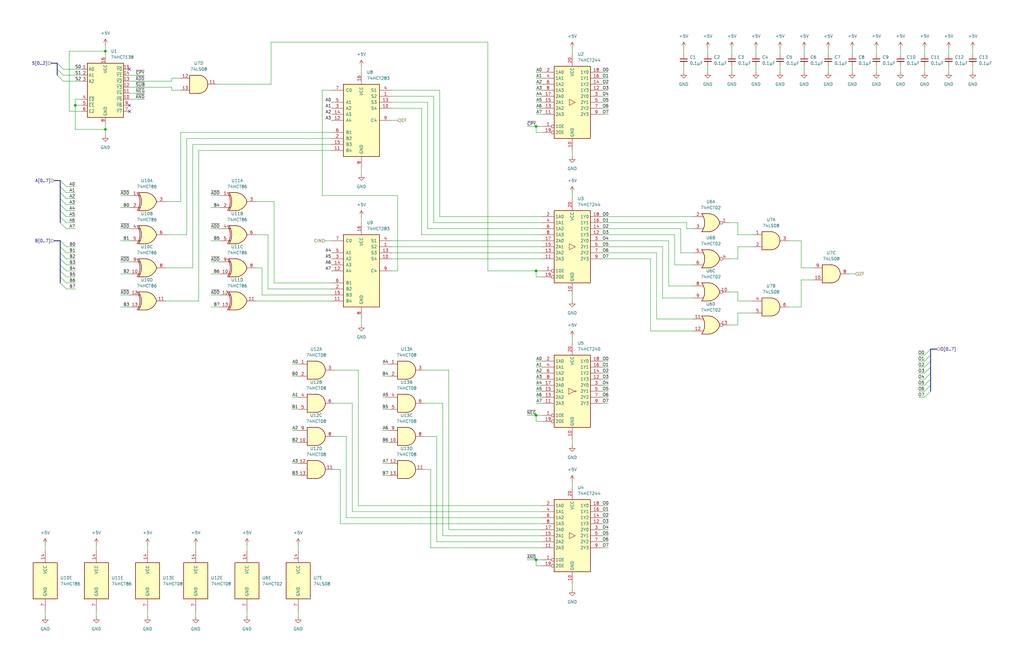
<source format=kicad_sch>
(kicad_sch (version 20231120) (generator "eeschema") (generator_version "8.0")
  (paper "B")
  (junction (at 226.06 236.22))
  (junction (at 226.06 53.34))
  (junction (at 226.06 175.26))
  (junction (at 31.75 44.45))
  (junction (at 226.06 114.3))
  (junction (at 44.45 21.59))
  (junction (at 44.45 54.61))
  (no_connect (at 54.61 29.21))
  (no_connect (at 54.61 46.99))
  (no_connect (at 54.61 44.45))
  (bus_entry (at 389.89 154.94) (size 2.54 -2.54))
  (bus_entry (at 24.13 26.67) (size 2.54 2.54))
  (bus_entry (at 389.89 157.48) (size 2.54 -2.54))
  (bus_entry (at 24.13 31.75) (size 2.54 2.54))
  (bus_entry (at 25.4 83.82) (size 2.54 2.54))
  (bus_entry (at 24.13 29.21) (size 2.54 2.54))
  (bus_entry (at 25.4 101.6) (size 2.54 2.54))
  (bus_entry (at 25.4 116.84) (size 2.54 2.54))
  (bus_entry (at 389.89 160.02) (size 2.54 -2.54))
  (bus_entry (at 389.89 162.56) (size 2.54 -2.54))
  (bus_entry (at 25.4 78.74) (size 2.54 2.54))
  (bus_entry (at 25.4 119.38) (size 2.54 2.54))
  (bus_entry (at 25.4 91.44) (size 2.54 2.54))
  (bus_entry (at 25.4 109.22) (size 2.54 2.54))
  (bus_entry (at 389.89 165.1) (size 2.54 -2.54))
  (bus_entry (at 389.89 167.64) (size 2.54 -2.54))
  (bus_entry (at 25.4 104.14) (size 2.54 2.54))
  (bus_entry (at 25.4 88.9) (size 2.54 2.54))
  (bus_entry (at 25.4 81.28) (size 2.54 2.54))
  (bus_entry (at 25.4 114.3) (size 2.54 2.54))
  (bus_entry (at 389.89 152.4) (size 2.54 -2.54))
  (bus_entry (at 389.89 149.86) (size 2.54 -2.54))
  (bus_entry (at 25.4 106.68) (size 2.54 2.54))
  (bus_entry (at 25.4 111.76) (size 2.54 2.54))
  (bus_entry (at 25.4 93.98) (size 2.54 2.54))
  (bus_entry (at 25.4 76.2) (size 2.54 2.54))
  (bus_entry (at 25.4 86.36) (size 2.54 2.54))
  (wire (pts (xy 72.39 38.1) (xy 76.2 38.1)))
  (wire (pts (xy 254 213.36) (xy 256.54 213.36)))
  (wire (pts (xy 311.15 109.22) (xy 311.15 104.14)))
  (wire (pts (xy 292.1 139.7) (xy 274.32 139.7)))
  (wire (pts (xy 107.95 127) (xy 139.7 127)))
  (bus (pts (xy 25.4 106.68) (xy 25.4 109.22)))
  (wire (pts (xy 387.35 165.1) (xy 389.89 165.1)))
  (wire (pts (xy 88.9 115.57) (xy 92.71 115.57)))
  (wire (pts (xy 123.19 167.64) (xy 125.73 167.64)))
  (wire (pts (xy 226.06 160.02) (xy 228.6 160.02)))
  (wire (pts (xy 182.88 40.64) (xy 182.88 93.98)))
  (wire (pts (xy 288.29 20.32) (xy 288.29 22.86)))
  (wire (pts (xy 289.56 93.98) (xy 289.56 96.52)))
  (bus (pts (xy 25.4 116.84) (xy 25.4 119.38)))
  (wire (pts (xy 31.75 44.45) (xy 34.29 44.45)))
  (wire (pts (xy 50.8 101.6) (xy 54.61 101.6)))
  (wire (pts (xy 54.61 34.29) (xy 72.39 34.29)))
  (wire (pts (xy 241.3 81.28) (xy 241.3 83.82)))
  (wire (pts (xy 281.94 120.65) (xy 281.94 101.6)))
  (wire (pts (xy 26.67 31.75) (xy 34.29 31.75)))
  (wire (pts (xy 318.77 27.94) (xy 318.77 30.48)))
  (wire (pts (xy 241.3 124.46) (xy 241.3 127)))
  (bus (pts (xy 25.4 81.28) (xy 25.4 83.82)))
  (wire (pts (xy 151.13 156.21) (xy 151.13 213.36)))
  (wire (pts (xy 308.61 20.32) (xy 308.61 22.86)))
  (bus (pts (xy 392.43 149.86) (xy 392.43 152.4)))
  (wire (pts (xy 69.85 113.03) (xy 81.28 113.03)))
  (wire (pts (xy 114.3 35.56) (xy 114.3 17.78)))
  (wire (pts (xy 110.49 124.46) (xy 139.7 124.46)))
  (wire (pts (xy 54.61 36.83) (xy 72.39 36.83)))
  (wire (pts (xy 318.77 20.32) (xy 318.77 22.86)))
  (wire (pts (xy 226.06 167.64) (xy 228.6 167.64)))
  (wire (pts (xy 91.44 35.56) (xy 114.3 35.56)))
  (wire (pts (xy 189.23 223.52) (xy 228.6 223.52)))
  (wire (pts (xy 123.19 200.66) (xy 125.73 200.66)))
  (wire (pts (xy 254 40.64) (xy 256.54 40.64)))
  (wire (pts (xy 165.1 40.64) (xy 182.88 40.64)))
  (wire (pts (xy 113.03 121.92) (xy 139.7 121.92)))
  (wire (pts (xy 369.57 27.94) (xy 369.57 30.48)))
  (wire (pts (xy 29.21 46.99) (xy 29.21 21.59)))
  (wire (pts (xy 123.19 172.72) (xy 125.73 172.72)))
  (wire (pts (xy 143.51 220.98) (xy 228.6 220.98)))
  (wire (pts (xy 181.61 231.14) (xy 228.6 231.14)))
  (wire (pts (xy 27.94 121.92) (xy 31.75 121.92)))
  (wire (pts (xy 222.25 236.22) (xy 226.06 236.22)))
  (wire (pts (xy 27.94 104.14) (xy 31.75 104.14)))
  (wire (pts (xy 123.19 153.67) (xy 125.73 153.67)))
  (wire (pts (xy 337.82 113.03) (xy 342.9 113.03)))
  (wire (pts (xy 123.19 181.61) (xy 125.73 181.61)))
  (wire (pts (xy 311.15 99.06) (xy 317.5 99.06)))
  (wire (pts (xy 254 226.06) (xy 256.54 226.06)))
  (wire (pts (xy 254 170.18) (xy 256.54 170.18)))
  (wire (pts (xy 226.06 177.8) (xy 226.06 175.26)))
  (wire (pts (xy 226.06 162.56) (xy 228.6 162.56)))
  (wire (pts (xy 161.29 186.69) (xy 163.83 186.69)))
  (wire (pts (xy 69.85 85.09) (xy 76.2 85.09)))
  (wire (pts (xy 185.42 91.44) (xy 228.6 91.44)))
  (wire (pts (xy 254 167.64) (xy 256.54 167.64)))
  (wire (pts (xy 88.9 87.63) (xy 92.71 87.63)))
  (wire (pts (xy 292.1 120.65) (xy 281.94 120.65)))
  (wire (pts (xy 167.64 82.55) (xy 135.89 82.55)))
  (wire (pts (xy 349.25 27.94) (xy 349.25 30.48)))
  (wire (pts (xy 254 162.56) (xy 256.54 162.56)))
  (bus (pts (xy 392.43 152.4) (xy 392.43 154.94)))
  (bus (pts (xy 24.13 26.67) (xy 24.13 29.21)))
  (wire (pts (xy 76.2 55.88) (xy 76.2 85.09)))
  (bus (pts (xy 394.97 147.32) (xy 392.43 147.32)))
  (wire (pts (xy 226.06 238.76) (xy 226.06 236.22)))
  (wire (pts (xy 254 38.1) (xy 256.54 38.1)))
  (wire (pts (xy 88.9 96.52) (xy 92.71 96.52)))
  (wire (pts (xy 254 215.9) (xy 256.54 215.9)))
  (wire (pts (xy 123.19 186.69) (xy 125.73 186.69)))
  (wire (pts (xy 165.1 114.3) (xy 167.64 114.3)))
  (bus (pts (xy 25.4 86.36) (xy 25.4 88.9)))
  (wire (pts (xy 228.6 116.84) (xy 226.06 116.84)))
  (wire (pts (xy 226.06 157.48) (xy 228.6 157.48)))
  (wire (pts (xy 284.48 99.06) (xy 284.48 111.76)))
  (wire (pts (xy 161.29 153.67) (xy 163.83 153.67)))
  (wire (pts (xy 165.1 38.1) (xy 185.42 38.1)))
  (wire (pts (xy 69.85 127) (xy 83.82 127)))
  (wire (pts (xy 228.6 177.8) (xy 226.06 177.8)))
  (wire (pts (xy 410.21 20.32) (xy 410.21 22.86)))
  (wire (pts (xy 328.93 20.32) (xy 328.93 22.86)))
  (wire (pts (xy 337.82 118.11) (xy 342.9 118.11)))
  (wire (pts (xy 139.7 58.42) (xy 78.74 58.42)))
  (wire (pts (xy 27.94 83.82) (xy 31.75 83.82)))
  (bus (pts (xy 22.86 76.2) (xy 25.4 76.2)))
  (wire (pts (xy 69.85 99.06) (xy 78.74 99.06)))
  (wire (pts (xy 226.06 48.26) (xy 228.6 48.26)))
  (wire (pts (xy 123.19 158.75) (xy 125.73 158.75)))
  (wire (pts (xy 254 228.6) (xy 256.54 228.6)))
  (wire (pts (xy 298.45 27.94) (xy 298.45 30.48)))
  (wire (pts (xy 226.06 175.26) (xy 228.6 175.26)))
  (wire (pts (xy 27.94 111.76) (xy 31.75 111.76)))
  (wire (pts (xy 151.13 213.36) (xy 228.6 213.36)))
  (wire (pts (xy 184.15 228.6) (xy 228.6 228.6)))
  (wire (pts (xy 50.8 110.49) (xy 54.61 110.49)))
  (wire (pts (xy 165.1 104.14) (xy 228.6 104.14)))
  (wire (pts (xy 284.48 111.76) (xy 292.1 111.76)))
  (wire (pts (xy 135.89 82.55) (xy 135.89 38.1)))
  (wire (pts (xy 19.05 229.87) (xy 19.05 232.41)))
  (wire (pts (xy 226.06 55.88) (xy 226.06 53.34)))
  (wire (pts (xy 139.7 55.88) (xy 76.2 55.88)))
  (wire (pts (xy 226.06 30.48) (xy 228.6 30.48)))
  (wire (pts (xy 379.73 20.32) (xy 379.73 22.86)))
  (wire (pts (xy 182.88 93.98) (xy 228.6 93.98)))
  (wire (pts (xy 140.97 156.21) (xy 151.13 156.21)))
  (wire (pts (xy 226.06 116.84) (xy 226.06 114.3)))
  (bus (pts (xy 392.43 157.48) (xy 392.43 160.02)))
  (wire (pts (xy 104.14 229.87) (xy 104.14 232.41)))
  (wire (pts (xy 308.61 27.94) (xy 308.61 30.48)))
  (bus (pts (xy 25.4 83.82) (xy 25.4 86.36)))
  (wire (pts (xy 186.69 170.18) (xy 186.69 226.06)))
  (wire (pts (xy 226.06 154.94) (xy 228.6 154.94)))
  (wire (pts (xy 152.4 91.44) (xy 152.4 93.98)))
  (wire (pts (xy 82.55 257.81) (xy 82.55 260.35)))
  (wire (pts (xy 50.8 115.57) (xy 54.61 115.57)))
  (wire (pts (xy 88.9 101.6) (xy 92.71 101.6)))
  (wire (pts (xy 307.34 93.98) (xy 311.15 93.98)))
  (wire (pts (xy 62.23 257.81) (xy 62.23 260.35)))
  (wire (pts (xy 292.1 134.62) (xy 276.86 134.62)))
  (wire (pts (xy 254 48.26) (xy 256.54 48.26)))
  (wire (pts (xy 135.89 38.1) (xy 139.7 38.1)))
  (wire (pts (xy 359.41 20.32) (xy 359.41 22.86)))
  (wire (pts (xy 226.06 33.02) (xy 228.6 33.02)))
  (wire (pts (xy 288.29 27.94) (xy 288.29 30.48)))
  (wire (pts (xy 27.94 116.84) (xy 31.75 116.84)))
  (wire (pts (xy 410.21 27.94) (xy 410.21 30.48)))
  (bus (pts (xy 25.4 109.22) (xy 25.4 111.76)))
  (wire (pts (xy 179.07 156.21) (xy 189.23 156.21)))
  (wire (pts (xy 110.49 113.03) (xy 110.49 124.46)))
  (wire (pts (xy 88.9 110.49) (xy 92.71 110.49)))
  (bus (pts (xy 392.43 162.56) (xy 392.43 165.1)))
  (wire (pts (xy 152.4 27.94) (xy 152.4 30.48)))
  (wire (pts (xy 241.3 185.42) (xy 241.3 187.96)))
  (wire (pts (xy 27.94 109.22) (xy 31.75 109.22)))
  (wire (pts (xy 226.06 38.1) (xy 228.6 38.1)))
  (wire (pts (xy 50.8 96.52) (xy 54.61 96.52)))
  (wire (pts (xy 226.06 114.3) (xy 228.6 114.3)))
  (wire (pts (xy 298.45 20.32) (xy 298.45 22.86)))
  (wire (pts (xy 337.82 129.54) (xy 337.82 118.11)))
  (wire (pts (xy 165.1 106.68) (xy 228.6 106.68)))
  (bus (pts (xy 25.4 104.14) (xy 25.4 106.68)))
  (wire (pts (xy 254 104.14) (xy 279.4 104.14)))
  (wire (pts (xy 332.74 129.54) (xy 337.82 129.54)))
  (wire (pts (xy 228.6 55.88) (xy 226.06 55.88)))
  (wire (pts (xy 27.94 114.3) (xy 31.75 114.3)))
  (wire (pts (xy 27.94 78.74) (xy 31.75 78.74)))
  (wire (pts (xy 279.4 125.73) (xy 279.4 104.14)))
  (bus (pts (xy 25.4 111.76) (xy 25.4 114.3)))
  (wire (pts (xy 107.95 85.09) (xy 115.57 85.09)))
  (wire (pts (xy 27.94 86.36) (xy 31.75 86.36)))
  (wire (pts (xy 50.8 82.55) (xy 54.61 82.55)))
  (wire (pts (xy 50.8 87.63) (xy 54.61 87.63)))
  (wire (pts (xy 228.6 238.76) (xy 226.06 238.76)))
  (wire (pts (xy 107.95 113.03) (xy 110.49 113.03)))
  (wire (pts (xy 289.56 96.52) (xy 292.1 96.52)))
  (wire (pts (xy 78.74 58.42) (xy 78.74 99.06)))
  (wire (pts (xy 287.02 106.68) (xy 292.1 106.68)))
  (wire (pts (xy 387.35 162.56) (xy 389.89 162.56)))
  (wire (pts (xy 254 33.02) (xy 256.54 33.02)))
  (wire (pts (xy 311.15 123.19) (xy 311.15 127)))
  (wire (pts (xy 254 30.48) (xy 256.54 30.48)))
  (wire (pts (xy 254 91.44) (xy 292.1 91.44)))
  (wire (pts (xy 205.74 114.3) (xy 226.06 114.3)))
  (wire (pts (xy 226.06 45.72) (xy 228.6 45.72)))
  (wire (pts (xy 226.06 40.64) (xy 228.6 40.64)))
  (wire (pts (xy 152.4 71.12) (xy 152.4 73.66)))
  (wire (pts (xy 226.06 152.4) (xy 228.6 152.4)))
  (wire (pts (xy 185.42 38.1) (xy 185.42 91.44)))
  (wire (pts (xy 40.64 229.87) (xy 40.64 232.41)))
  (wire (pts (xy 241.3 246.38) (xy 241.3 248.92)))
  (bus (pts (xy 25.4 114.3) (xy 25.4 116.84)))
  (wire (pts (xy 276.86 134.62) (xy 276.86 106.68)))
  (wire (pts (xy 72.39 36.83) (xy 72.39 38.1)))
  (wire (pts (xy 146.05 218.44) (xy 228.6 218.44)))
  (wire (pts (xy 241.3 63.5) (xy 241.3 66.04)))
  (wire (pts (xy 165.1 50.8) (xy 167.64 50.8)))
  (wire (pts (xy 387.35 167.64) (xy 389.89 167.64)))
  (wire (pts (xy 27.94 119.38) (xy 31.75 119.38)))
  (bus (pts (xy 22.86 101.6) (xy 25.4 101.6)))
  (wire (pts (xy 137.16 101.6) (xy 139.7 101.6)))
  (wire (pts (xy 226.06 165.1) (xy 228.6 165.1)))
  (wire (pts (xy 254 96.52) (xy 287.02 96.52)))
  (wire (pts (xy 339.09 27.94) (xy 339.09 30.48)))
  (wire (pts (xy 146.05 184.15) (xy 146.05 218.44)))
  (wire (pts (xy 387.35 160.02) (xy 389.89 160.02)))
  (wire (pts (xy 179.07 170.18) (xy 186.69 170.18)))
  (wire (pts (xy 27.94 88.9) (xy 31.75 88.9)))
  (wire (pts (xy 139.7 63.5) (xy 83.82 63.5)))
  (wire (pts (xy 254 220.98) (xy 256.54 220.98)))
  (wire (pts (xy 189.23 156.21) (xy 189.23 223.52)))
  (wire (pts (xy 29.21 21.59) (xy 44.45 21.59)))
  (wire (pts (xy 254 165.1) (xy 256.54 165.1)))
  (wire (pts (xy 387.35 154.94) (xy 389.89 154.94)))
  (wire (pts (xy 72.39 34.29) (xy 72.39 33.02)))
  (wire (pts (xy 140.97 170.18) (xy 148.59 170.18)))
  (wire (pts (xy 254 93.98) (xy 289.56 93.98)))
  (wire (pts (xy 287.02 96.52) (xy 287.02 106.68)))
  (wire (pts (xy 167.64 114.3) (xy 167.64 82.55)))
  (wire (pts (xy 254 157.48) (xy 256.54 157.48)))
  (wire (pts (xy 54.61 39.37) (xy 60.96 39.37)))
  (wire (pts (xy 332.74 101.6) (xy 337.82 101.6)))
  (wire (pts (xy 140.97 198.12) (xy 143.51 198.12)))
  (wire (pts (xy 307.34 109.22) (xy 311.15 109.22)))
  (wire (pts (xy 339.09 20.32) (xy 339.09 22.86)))
  (wire (pts (xy 349.25 20.32) (xy 349.25 22.86)))
  (wire (pts (xy 400.05 27.94) (xy 400.05 30.48)))
  (wire (pts (xy 358.14 115.57) (xy 360.68 115.57)))
  (wire (pts (xy 226.06 170.18) (xy 228.6 170.18)))
  (wire (pts (xy 241.3 20.32) (xy 241.3 22.86)))
  (wire (pts (xy 226.06 236.22) (xy 228.6 236.22)))
  (wire (pts (xy 311.15 127) (xy 317.5 127)))
  (wire (pts (xy 254 154.94) (xy 256.54 154.94)))
  (wire (pts (xy 311.15 93.98) (xy 311.15 99.06)))
  (wire (pts (xy 180.34 96.52) (xy 228.6 96.52)))
  (wire (pts (xy 139.7 60.96) (xy 81.28 60.96)))
  (wire (pts (xy 44.45 52.07) (xy 44.45 54.61)))
  (wire (pts (xy 125.73 257.81) (xy 125.73 260.35)))
  (wire (pts (xy 369.57 20.32) (xy 369.57 22.86)))
  (wire (pts (xy 307.34 137.16) (xy 311.15 137.16)))
  (bus (pts (xy 21.59 26.67) (xy 24.13 26.67)))
  (wire (pts (xy 254 43.18) (xy 256.54 43.18)))
  (wire (pts (xy 226.06 35.56) (xy 228.6 35.56)))
  (wire (pts (xy 186.69 226.06) (xy 228.6 226.06)))
  (wire (pts (xy 274.32 139.7) (xy 274.32 109.22)))
  (wire (pts (xy 27.94 93.98) (xy 31.75 93.98)))
  (wire (pts (xy 54.61 31.75) (xy 60.96 31.75)))
  (wire (pts (xy 387.35 149.86) (xy 389.89 149.86)))
  (wire (pts (xy 27.94 81.28) (xy 31.75 81.28)))
  (wire (pts (xy 161.29 167.64) (xy 163.83 167.64)))
  (bus (pts (xy 25.4 101.6) (xy 25.4 104.14)))
  (wire (pts (xy 179.07 198.12) (xy 181.61 198.12)))
  (wire (pts (xy 27.94 106.68) (xy 31.75 106.68)))
  (wire (pts (xy 44.45 54.61) (xy 44.45 57.15)))
  (wire (pts (xy 123.19 195.58) (xy 125.73 195.58)))
  (wire (pts (xy 254 231.14) (xy 256.54 231.14)))
  (wire (pts (xy 254 106.68) (xy 276.86 106.68)))
  (wire (pts (xy 26.67 29.21) (xy 34.29 29.21)))
  (bus (pts (xy 25.4 88.9) (xy 25.4 91.44)))
  (wire (pts (xy 254 109.22) (xy 274.32 109.22)))
  (wire (pts (xy 50.8 124.46) (xy 54.61 124.46)))
  (wire (pts (xy 241.3 203.2) (xy 241.3 205.74)))
  (wire (pts (xy 113.03 99.06) (xy 113.03 121.92)))
  (wire (pts (xy 161.29 172.72) (xy 163.83 172.72)))
  (wire (pts (xy 226.06 43.18) (xy 228.6 43.18)))
  (wire (pts (xy 54.61 41.91) (xy 60.96 41.91)))
  (wire (pts (xy 115.57 85.09) (xy 115.57 119.38)))
  (wire (pts (xy 88.9 129.54) (xy 92.71 129.54)))
  (wire (pts (xy 143.51 198.12) (xy 143.51 220.98)))
  (wire (pts (xy 165.1 45.72) (xy 177.8 45.72)))
  (wire (pts (xy 161.29 200.66) (xy 163.83 200.66)))
  (wire (pts (xy 254 45.72) (xy 256.54 45.72)))
  (wire (pts (xy 180.34 43.18) (xy 180.34 96.52)))
  (wire (pts (xy 161.29 181.61) (xy 163.83 181.61)))
  (wire (pts (xy 44.45 21.59) (xy 44.45 24.13)))
  (wire (pts (xy 311.15 137.16) (xy 311.15 132.08)))
  (wire (pts (xy 165.1 101.6) (xy 228.6 101.6)))
  (wire (pts (xy 125.73 229.87) (xy 125.73 232.41)))
  (wire (pts (xy 241.3 142.24) (xy 241.3 144.78)))
  (wire (pts (xy 140.97 184.15) (xy 146.05 184.15)))
  (wire (pts (xy 114.3 17.78) (xy 205.74 17.78)))
  (wire (pts (xy 82.55 229.87) (xy 82.55 232.41)))
  (wire (pts (xy 152.4 134.62) (xy 152.4 137.16)))
  (wire (pts (xy 254 99.06) (xy 284.48 99.06)))
  (wire (pts (xy 307.34 123.19) (xy 311.15 123.19)))
  (wire (pts (xy 50.8 129.54) (xy 54.61 129.54)))
  (wire (pts (xy 40.64 257.81) (xy 40.64 260.35)))
  (wire (pts (xy 222.25 53.34) (xy 226.06 53.34)))
  (wire (pts (xy 359.41 27.94) (xy 359.41 30.48)))
  (wire (pts (xy 88.9 82.55) (xy 92.71 82.55)))
  (wire (pts (xy 165.1 43.18) (xy 180.34 43.18)))
  (wire (pts (xy 254 35.56) (xy 256.54 35.56)))
  (wire (pts (xy 115.57 119.38) (xy 139.7 119.38)))
  (bus (pts (xy 25.4 76.2) (xy 25.4 78.74)))
  (wire (pts (xy 254 218.44) (xy 256.54 218.44)))
  (wire (pts (xy 19.05 257.81) (xy 19.05 260.35)))
  (wire (pts (xy 389.89 27.94) (xy 389.89 30.48)))
  (wire (pts (xy 387.35 157.48) (xy 389.89 157.48)))
  (wire (pts (xy 161.29 195.58) (xy 163.83 195.58)))
  (wire (pts (xy 44.45 19.05) (xy 44.45 21.59)))
  (wire (pts (xy 31.75 41.91) (xy 31.75 44.45)))
  (wire (pts (xy 165.1 109.22) (xy 228.6 109.22)))
  (wire (pts (xy 205.74 17.78) (xy 205.74 114.3)))
  (bus (pts (xy 24.13 29.21) (xy 24.13 31.75)))
  (wire (pts (xy 311.15 132.08) (xy 317.5 132.08)))
  (wire (pts (xy 389.89 20.32) (xy 389.89 22.86)))
  (wire (pts (xy 62.23 229.87) (xy 62.23 232.41)))
  (wire (pts (xy 222.25 175.26) (xy 226.06 175.26)))
  (wire (pts (xy 34.29 46.99) (xy 29.21 46.99)))
  (wire (pts (xy 177.8 99.06) (xy 228.6 99.06)))
  (bus (pts (xy 392.43 147.32) (xy 392.43 149.86)))
  (wire (pts (xy 177.8 45.72) (xy 177.8 99.06)))
  (wire (pts (xy 184.15 184.15) (xy 184.15 228.6)))
  (wire (pts (xy 328.93 27.94) (xy 328.93 30.48)))
  (wire (pts (xy 107.95 99.06) (xy 113.03 99.06)))
  (wire (pts (xy 81.28 60.96) (xy 81.28 113.03)))
  (wire (pts (xy 27.94 96.52) (xy 31.75 96.52)))
  (bus (pts (xy 25.4 91.44) (xy 25.4 93.98)))
  (wire (pts (xy 181.61 198.12) (xy 181.61 231.14)))
  (wire (pts (xy 254 101.6) (xy 281.94 101.6)))
  (wire (pts (xy 400.05 20.32) (xy 400.05 22.86)))
  (wire (pts (xy 27.94 91.44) (xy 31.75 91.44)))
  (wire (pts (xy 83.82 63.5) (xy 83.82 127)))
  (wire (pts (xy 88.9 124.46) (xy 92.71 124.46)))
  (wire (pts (xy 26.67 34.29) (xy 34.29 34.29)))
  (wire (pts (xy 379.73 27.94) (xy 379.73 30.48)))
  (wire (pts (xy 179.07 184.15) (xy 184.15 184.15)))
  (wire (pts (xy 387.35 152.4) (xy 389.89 152.4)))
  (wire (pts (xy 148.59 170.18) (xy 148.59 215.9)))
  (wire (pts (xy 254 160.02) (xy 256.54 160.02)))
  (wire (pts (xy 254 223.52) (xy 256.54 223.52)))
  (bus (pts (xy 392.43 154.94) (xy 392.43 157.48)))
  (wire (pts (xy 104.14 257.81) (xy 104.14 260.35)))
  (wire (pts (xy 337.82 101.6) (xy 337.82 113.03)))
  (wire (pts (xy 161.29 158.75) (xy 163.83 158.75)))
  (wire (pts (xy 72.39 33.02) (xy 76.2 33.02)))
  (bus (pts (xy 392.43 160.02) (xy 392.43 162.56)))
  (wire (pts (xy 31.75 44.45) (xy 31.75 54.61)))
  (wire (pts (xy 31.75 54.61) (xy 44.45 54.61)))
  (wire (pts (xy 311.15 104.14) (xy 317.5 104.14)))
  (wire (pts (xy 226.06 53.34) (xy 228.6 53.34)))
  (wire (pts (xy 34.29 41.91) (xy 31.75 41.91)))
  (wire (pts (xy 148.59 215.9) (xy 228.6 215.9)))
  (wire (pts (xy 254 152.4) (xy 256.54 152.4)))
  (wire (pts (xy 292.1 125.73) (xy 279.4 125.73)))
  (bus (pts (xy 25.4 78.74) (xy 25.4 81.28)))
  (label "O4" (at 389.89 160.02 180))
  (label "~{ADD}" (at 57.15 34.29 0))
  (label "O4" (at 254 40.64 0))
  (label "B0" (at 29.21 104.14 0))
  (label "O4" (at 254 101.6 0))
  (label "O3" (at 254 220.98 0))
  (label "O2" (at 254 218.44 0))
  (label "B3" (at 29.21 111.76 0))
  (label "B7" (at 92.71 129.54 180))
  (label "B3" (at 54.61 129.54 180))
  (label "O7" (at 254 109.22 0))
  (label "O5" (at 389.89 162.56 180))
  (label "S1" (at 34.29 31.75 180))
  (label "O2" (at 254 96.52 0))
  (label "A3" (at 125.73 195.58 180))
  (label "~{AND}" (at 226.06 236.22 180))
  (label "A1" (at 125.73 167.64 180))
  (label "B0" (at 125.73 158.75 180))
  (label "O0" (at 389.89 149.86 180))
  (label "O5" (at 254 43.18 0))
  (label "O6" (at 254 106.68 0))
  (label "A6" (at 139.7 111.76 180))
  (label "A7" (at 228.6 170.18 180))
  (label "O7" (at 254 48.26 0))
  (label "B2" (at 54.61 115.57 180))
  (label "~{ADD}" (at 92.71 96.52 180))
  (label "B4" (at 92.71 87.63 180))
  (label "~{CPY}" (at 57.15 31.75 0))
  (label "A3" (at 228.6 160.02 180))
  (label "B4" (at 163.83 158.75 180))
  (label "~{ADD}" (at 54.61 124.46 180))
  (label "O2" (at 254 35.56 0))
  (label "B7" (at 163.83 200.66 180))
  (label "O3" (at 389.89 157.48 180))
  (label "A2" (at 228.6 35.56 180))
  (label "A0" (at 228.6 30.48 180))
  (label "A2" (at 228.6 157.48 180))
  (label "~{ADD}" (at 92.71 124.46 180))
  (label "O0" (at 254 30.48 0))
  (label "O1" (at 254 154.94 0))
  (label "~{SUB}" (at 57.15 36.83 0))
  (label "A2" (at 139.7 48.26 180))
  (label "A1" (at 29.21 81.28 0))
  (label "A0" (at 139.7 43.18 180))
  (label "~{ADD}" (at 92.71 82.55 180))
  (label "B6" (at 29.21 119.38 0))
  (label "O3" (at 254 38.1 0))
  (label "B4" (at 29.21 114.3 0))
  (label "A4" (at 29.21 88.9 0))
  (label "A5" (at 228.6 165.1 180))
  (label "A6" (at 228.6 45.72 180))
  (label "S0" (at 34.29 29.21 180))
  (label "A5" (at 139.7 109.22 180))
  (label "O6" (at 254 167.64 0))
  (label "A5" (at 163.83 167.64 180))
  (label "B2" (at 29.21 109.22 0))
  (label "O2" (at 254 157.48 0))
  (label "A4" (at 228.6 162.56 180))
  (label "~{ADD}" (at 54.61 110.49 180))
  (label "A1" (at 228.6 33.02 180))
  (label "O0" (at 254 213.36 0))
  (label "B6" (at 163.83 186.69 180))
  (label "A4" (at 139.7 106.68 180))
  (label "A3" (at 139.7 50.8 180))
  (label "O5" (at 254 165.1 0))
  (label "O5" (at 254 226.06 0))
  (label "A0" (at 29.21 78.74 0))
  (label "A6" (at 163.83 181.61 180))
  (label "O0" (at 254 152.4 0))
  (label "O7" (at 389.89 167.64 180))
  (label "B6" (at 92.71 115.57 180))
  (label "~{NEG}" (at 57.15 39.37 0))
  (label "A5" (at 228.6 43.18 180))
  (label "O1" (at 389.89 152.4 180))
  (label "B5" (at 29.21 116.84 0))
  (label "~{ADD}" (at 54.61 82.55 180))
  (label "~{ADD}" (at 92.71 110.49 180))
  (label "B1" (at 29.21 106.68 0))
  (label "B7" (at 29.21 121.92 0))
  (label "~{AND}" (at 57.15 41.91 0))
  (label "O1" (at 254 33.02 0))
  (label "O7" (at 254 231.14 0))
  (label "A6" (at 29.21 93.98 0))
  (label "O3" (at 254 99.06 0))
  (label "A3" (at 29.21 86.36 0))
  (label "O3" (at 254 160.02 0))
  (label "A0" (at 125.73 153.67 180))
  (label "O1" (at 254 215.9 0))
  (label "B3" (at 125.73 200.66 180))
  (label "A6" (at 228.6 167.64 180))
  (label "~{NEG}" (at 226.06 175.26 180))
  (label "B0" (at 54.61 87.63 180))
  (label "A2" (at 125.73 181.61 180))
  (label "S2" (at 34.29 34.29 180))
  (label "O5" (at 254 104.14 0))
  (label "A0" (at 228.6 152.4 180))
  (label "A4" (at 228.6 40.64 180))
  (label "A4" (at 163.83 153.67 180))
  (label "O6" (at 254 228.6 0))
  (label "~{ADD}" (at 54.61 96.52 180))
  (label "A5" (at 29.21 91.44 0))
  (label "B1" (at 54.61 101.6 180))
  (label "O1" (at 254 93.98 0))
  (label "A3" (at 228.6 38.1 180))
  (label "B1" (at 125.73 172.72 180))
  (label "O6" (at 254 45.72 0))
  (label "O7" (at 254 170.18 0))
  (label "A1" (at 228.6 154.94 180))
  (label "O4" (at 254 162.56 0))
  (label "A7" (at 163.83 195.58 180))
  (label "O2" (at 389.89 154.94 180))
  (label "B5" (at 163.83 172.72 180))
  (label "B2" (at 125.73 186.69 180))
  (label "A7" (at 228.6 48.26 180))
  (label "O4" (at 254 223.52 0))
  (label "~{CPY}" (at 226.06 53.34 180))
  (label "O0" (at 254 91.44 0))
  (label "B5" (at 92.71 101.6 180))
  (label "O6" (at 389.89 165.1 180))
  (label "A1" (at 139.7 45.72 180))
  (label "A7" (at 29.21 96.52 0))
  (label "A2" (at 29.21 83.82 0))
  (label "A7" (at 139.7 114.3 180))
  (hierarchical_label "B[0..7]" (shape input) (at 22.86 101.6 180))
  (hierarchical_label "A[0..7]" (shape input) (at 22.86 76.2 180))
  (hierarchical_label "ZF" (shape input) (at 360.68 115.57 0))
  (hierarchical_label "S[0..2]" (shape input) (at 21.59 26.67 180))
  (hierarchical_label "O[0..7]" (shape input) (at 394.97 147.32 0))
  (hierarchical_label "CF" (shape input) (at 167.64 50.8 0))
  (hierarchical_label "CIN" (shape input) (at 137.16 101.6 180))
  (symbol (lib_id "power:GND") (at 369.57 30.48 0) (unit 1)
    (property "Reference" "#PWR020" (effects (hide yes)))
    (property "Value" "GND" (at 369.57 35.56 0))
    (property "Description" "Power symbol creates a global label with name \"GND\" , ground" (effects (hide yes)))
  )
  (symbol (lib_id "power:GND") (at 44.45 57.15 0) (unit 1)
    (property "Reference" "#PWR01" (effects (hide yes)))
    (property "Value" "GND" (at 44.45 62.23 0))
    (property "Description" "Power symbol creates a global label with name \"GND\" , ground" (effects (hide yes)))
  )
  (symbol (lib_id "Device:C_Small") (at 328.93 25.4 0) (unit 1)
    (property "Reference" "C5" (at 331.47 24.1362 0) (effects (justify left)))
    (property "Value" "0.1µF" (at 331.47 26.6762 0) (effects (justify left)))
    (property "Description" "Unpolarized capacitor, small symbol" (effects (hide yes)))
  )
  (symbol (lib_id "power:+5V") (at 349.25 20.32 0) (unit 1)
    (property "Reference" "#PWR015" (effects (hide yes)))
    (property "Value" "+5V" (at 349.25 15.24 0))
    (property "Description" "Power symbol creates a global label with name \"+5V\"" (effects (hide yes)))
  )
  (symbol (lib_id "74xx:74HCT244") (at 241.3 43.18 0) (unit 1)
    (property "Reference" "U2" (at 243.4941 22.86 0) (effects (justify left)))
    (property "Value" "74HCT244" (at 243.4941 25.4 0) (effects (justify left)))
    (property "Datasheet" "https://assets.nexperia.com/documents/data-sheet/74HC_HCT244.pdf" (effects (hide yes)))
    (property "Description" "8-bit Buffer/Line Driver 3-state" (effects (hide yes)))
  )
  (symbol (lib_id "power:+5V") (at 40.64 229.87 0) (unit 1)
    (property "Reference" "#PWR032" (effects (hide yes)))
    (property "Value" "+5V" (at 40.64 224.79 0))
    (property "Description" "Power symbol creates a global label with name \"+5V\"" (effects (hide yes)))
  )
  (symbol (lib_id "power:GND") (at 241.3 248.92 0) (unit 1)
    (property "Reference" "#PWR052" (effects (hide yes)))
    (property "Value" "GND" (at 241.3 254 0))
    (property "Description" "Power symbol creates a global label with name \"GND\" , ground" (effects (hide yes)))
  )
  (symbol (lib_id "74xx:74LS08") (at 133.35 170.18 0) (unit 2)
    (property "Reference" "U12" (at 133.3417 161.29 0))
    (property "Value" "74HCT08" (at 133.3417 163.83 0))
    (property "Datasheet" "http://www.ti.com/lit/gpn/sn74LS08" (effects (hide yes)))
    (property "Description" "Quad And2" (effects (hide yes)))
  )
  (symbol (lib_id "74xx:74LS08") (at 133.35 156.21 0) (unit 1)
    (property "Reference" "U12" (at 133.3417 147.32 0))
    (property "Value" "74HCT08" (at 133.3417 149.86 0))
    (property "Datasheet" "http://www.ti.com/lit/gpn/sn74LS08" (effects (hide yes)))
    (property "Description" "Quad And2" (effects (hide yes)))
  )
  (symbol (lib_id "74xx:74LS86") (at 40.64 245.11 0) (unit 5)
    (property "Reference" "U11" (at 46.99 243.8399 0) (effects (justify left)))
    (property "Value" "74HCT86" (at 46.99 246.3799 0) (effects (justify left)))
    (property "Datasheet" "74xx/74ls86.pdf" (effects (hide yes)))
    (property "Description" "Quad 2-input XOR" (effects (hide yes)))
  )
  (symbol (lib_id "74xx:74LS86") (at 62.23 99.06 0) (unit 2)
    (property "Reference" "U10" (at 61.9252 90.17 0))
    (property "Value" "74HCT86" (at 61.9252 92.71 0))
    (property "Datasheet" "74xx/74ls86.pdf" (effects (hide yes)))
    (property "Description" "Quad 2-input XOR" (effects (hide yes)))
  )
  (symbol (lib_id "74xx:74LS86") (at 100.33 113.03 0) (unit 3)
    (property "Reference" "U11" (at 100.0252 104.14 0))
    (property "Value" "74HCT86" (at 100.0252 106.68 0))
    (property "Datasheet" "74xx/74ls86.pdf" (effects (hide yes)))
    (property "Description" "Quad 2-input XOR" (effects (hide yes)))
  )
  (symbol (lib_id "74xx:74LS08") (at 171.45 170.18 0) (unit 2)
    (property "Reference" "U13" (at 171.4417 161.29 0))
    (property "Value" "74HCT08" (at 171.4417 163.83 0))
    (property "Datasheet" "http://www.ti.com/lit/gpn/sn74LS08" (effects (hide yes)))
    (property "Description" "Quad And2" (effects (hide yes)))
  )
  (symbol (lib_id "power:GND") (at 241.3 66.04 0) (unit 1)
    (property "Reference" "#PWR046" (effects (hide yes)))
    (property "Value" "GND" (at 241.3 71.12 0))
    (property "Description" "Power symbol creates a global label with name \"GND\" , ground" (effects (hide yes)))
  )
  (symbol (lib_id "power:+5V") (at 369.57 20.32 0) (unit 1)
    (property "Reference" "#PWR019" (effects (hide yes)))
    (property "Value" "+5V" (at 369.57 15.24 0))
    (property "Description" "Power symbol creates a global label with name \"+5V\"" (effects (hide yes)))
  )
  (symbol (lib_id "74xx:74LS08") (at 171.45 156.21 0) (unit 1)
    (property "Reference" "U13" (at 171.4417 147.32 0))
    (property "Value" "74HCT08" (at 171.4417 149.86 0))
    (property "Datasheet" "http://www.ti.com/lit/gpn/sn74LS08" (effects (hide yes)))
    (property "Description" "Quad And2" (effects (hide yes)))
  )
  (symbol (lib_id "power:GND") (at 104.14 260.35 0) (unit 1)
    (property "Reference" "#PWR039" (effects (hide yes)))
    (property "Value" "GND" (at 104.14 265.43 0))
    (property "Description" "Power symbol creates a global label with name \"GND\" , ground" (effects (hide yes)))
  )
  (symbol (lib_id "power:GND") (at 152.4 137.16 0) (unit 1)
    (property "Reference" "#PWR043" (effects (hide yes)))
    (property "Value" "GND" (at 152.4 142.24 0))
    (property "Description" "Power symbol creates a global label with name \"GND\" , ground" (effects (hide yes)))
  )
  (symbol (lib_id "power:+5V") (at 298.45 20.32 0) (unit 1)
    (property "Reference" "#PWR05" (effects (hide yes)))
    (property "Value" "+5V" (at 298.45 15.24 0))
    (property "Description" "Power symbol creates a global label with name \"+5V\"" (effects (hide yes)))
  )
  (symbol (lib_id "74xx:74LS86") (at 62.23 85.09 0) (unit 1)
    (property "Reference" "U10" (at 61.9252 76.2 0))
    (property "Value" "74HCT86" (at 61.9252 78.74 0))
    (property "Datasheet" "74xx/74ls86.pdf" (effects (hide yes)))
    (property "Description" "Quad 2-input XOR" (effects (hide yes)))
  )
  (symbol (lib_id "power:+5V") (at 152.4 27.94 0) (unit 1)
    (property "Reference" "#PWR042" (effects (hide yes)))
    (property "Value" "+5V" (at 152.4 22.86 0))
    (property "Description" "Power symbol creates a global label with name \"+5V\"" (effects (hide yes)))
  )
  (symbol (lib_id "power:+5V") (at 328.93 20.32 0) (unit 1)
    (property "Reference" "#PWR011" (effects (hide yes)))
    (property "Value" "+5V" (at 328.93 15.24 0))
    (property "Description" "Power symbol creates a global label with name \"+5V\"" (effects (hide yes)))
  )
  (symbol (lib_id "Device:C_Small") (at 369.57 25.4 0) (unit 1)
    (property "Reference" "C9" (at 372.11 24.1362 0) (effects (justify left)))
    (property "Value" "0.1µF" (at 372.11 26.6762 0) (effects (justify left)))
    (property "Description" "Unpolarized capacitor, small symbol" (effects (hide yes)))
  )
  (symbol (lib_id "Device:C_Small") (at 308.61 25.4 0) (unit 1)
    (property "Reference" "C3" (at 311.15 24.1362 0) (effects (justify left)))
    (property "Value" "0.1µF" (at 311.15 26.6762 0) (effects (justify left)))
    (property "Description" "Unpolarized capacitor, small symbol" (effects (hide yes)))
  )
  (symbol (lib_id "Device:C_Small") (at 359.41 25.4 0) (unit 1)
    (property "Reference" "C8" (at 361.95 24.1362 0) (effects (justify left)))
    (property "Value" "0.1µF" (at 361.95 26.6762 0) (effects (justify left)))
    (property "Description" "Unpolarized capacitor, small symbol" (effects (hide yes)))
  )
  (symbol (lib_id "74xx:74LS86") (at 100.33 127 0) (unit 4)
    (property "Reference" "U11" (at 100.0252 118.11 0))
    (property "Value" "74HCT86" (at 100.0252 120.65 0))
    (property "Datasheet" "74xx/74ls86.pdf" (effects (hide yes)))
    (property "Description" "Quad 2-input XOR" (effects (hide yes)))
  )
  (symbol (lib_id "power:GND") (at 19.05 260.35 0) (unit 1)
    (property "Reference" "#PWR030" (effects (hide yes)))
    (property "Value" "GND" (at 19.05 265.43 0))
    (property "Description" "Power symbol creates a global label with name \"GND\" , ground" (effects (hide yes)))
  )
  (symbol (lib_id "Device:C_Small") (at 339.09 25.4 0) (unit 1)
    (property "Reference" "C6" (at 341.63 24.1362 0) (effects (justify left)))
    (property "Value" "0.1µF" (at 341.63 26.6762 0) (effects (justify left)))
    (property "Description" "Unpolarized capacitor, small symbol" (effects (hide yes)))
  )
  (symbol (lib_id "74xx:74LS283") (at 152.4 114.3 0) (unit 1)
    (property "Reference" "U9" (at 154.5941 93.98 0) (effects (justify left)))
    (property "Value" "74HCT283" (at 154.5941 96.52 0) (effects (justify left)))
    (property "Datasheet" "http://www.ti.com/lit/gpn/sn74LS283" (effects (hide yes)))
    (property "Description" "4-bit full Adder" (effects (hide yes)))
  )
  (symbol (lib_id "74xx:74LS08") (at 325.12 101.6 0) (unit 1)
    (property "Reference" "U7" (at 325.1117 92.71 0))
    (property "Value" "74LS08" (at 325.1117 95.25 0))
    (property "Datasheet" "http://www.ti.com/lit/gpn/sn74LS08" (effects (hide yes)))
    (property "Description" "Quad And2" (effects (hide yes)))
  )
  (symbol (lib_id "74xx:74LS08") (at 125.73 245.11 0) (unit 5)
    (property "Reference" "U7" (at 132.08 243.8399 0) (effects (justify left)))
    (property "Value" "74LS08" (at 132.08 246.3799 0) (effects (justify left)))
    (property "Datasheet" "http://www.ti.com/lit/gpn/sn74LS08" (effects (hide yes)))
    (property "Description" "Quad And2" (effects (hide yes)))
  )
  (symbol (lib_id "Device:C_Small") (at 379.73 25.4 0) (unit 1)
    (property "Reference" "C10" (at 382.27 24.1362 0) (effects (justify left)))
    (property "Value" "0.1µF" (at 382.27 26.6762 0) (effects (justify left)))
    (property "Description" "Unpolarized capacitor, small symbol" (effects (hide yes)))
  )
  (symbol (lib_id "power:GND") (at 298.45 30.48 0) (unit 1)
    (property "Reference" "#PWR06" (effects (hide yes)))
    (property "Value" "GND" (at 298.45 35.56 0))
    (property "Description" "Power symbol creates a global label with name \"GND\" , ground" (effects (hide yes)))
  )
  (symbol (lib_id "power:GND") (at 359.41 30.48 0) (unit 1)
    (property "Reference" "#PWR018" (effects (hide yes)))
    (property "Value" "GND" (at 359.41 35.56 0))
    (property "Description" "Power symbol creates a global label with name \"GND\" , ground" (effects (hide yes)))
  )
  (symbol (lib_id "power:GND") (at 288.29 30.48 0) (unit 1)
    (property "Reference" "#PWR04" (effects (hide yes)))
    (property "Value" "GND" (at 288.29 35.56 0))
    (property "Description" "Power symbol creates a global label with name \"GND\" , ground" (effects (hide yes)))
  )
  (symbol (lib_id "74xx:74HCT02") (at 299.72 109.22 0) (unit 2)
    (property "Reference" "U6" (at 299.72 100.33 0))
    (property "Value" "74HCT02" (at 299.72 102.87 0))
    (property "Datasheet" "http://www.ti.com/lit/gpn/sn74hct02" (effects (hide yes)))
    (property "Description" "quad 2-input NOR gate" (effects (hide yes)))
  )
  (symbol (lib_id "power:+5V") (at 44.45 19.05 0) (unit 1)
    (property "Reference" "#PWR02" (effects (hide yes)))
    (property "Value" "+5V" (at 44.45 13.97 0))
    (property "Description" "Power symbol creates a global label with name \"+5V\"" (effects (hide yes)))
  )
  (symbol (lib_id "74xx:74LS08") (at 133.35 184.15 0) (unit 3)
    (property "Reference" "U12" (at 133.3417 175.26 0))
    (property "Value" "74HCT08" (at 133.3417 177.8 0))
    (property "Datasheet" "http://www.ti.com/lit/gpn/sn74LS08" (effects (hide yes)))
    (property "Description" "Quad And2" (effects (hide yes)))
  )
  (symbol (lib_id "power:+5V") (at 104.14 229.87 0) (unit 1)
    (property "Reference" "#PWR037" (effects (hide yes)))
    (property "Value" "+5V" (at 104.14 224.79 0))
    (property "Description" "Power symbol creates a global label with name \"+5V\"" (effects (hide yes)))
  )
  (symbol (lib_id "power:GND") (at 379.73 30.48 0) (unit 1)
    (property "Reference" "#PWR022" (effects (hide yes)))
    (property "Value" "GND" (at 379.73 35.56 0))
    (property "Description" "Power symbol creates a global label with name \"GND\" , ground" (effects (hide yes)))
  )
  (symbol (lib_id "power:+5V") (at 152.4 91.44 0) (unit 1)
    (property "Reference" "#PWR041" (effects (hide yes)))
    (property "Value" "+5V" (at 152.4 86.36 0))
    (property "Description" "Power symbol creates a global label with name \"+5V\"" (effects (hide yes)))
  )
  (symbol (lib_id "power:+5V") (at 125.73 229.87 0) (unit 1)
    (property "Reference" "#PWR038" (effects (hide yes)))
    (property "Value" "+5V" (at 125.73 224.79 0))
    (property "Description" "Power symbol creates a global label with name \"+5V\"" (effects (hide yes)))
  )
  (symbol (lib_id "power:GND") (at 125.73 260.35 0) (unit 1)
    (property "Reference" "#PWR040" (effects (hide yes)))
    (property "Value" "GND" (at 125.73 265.43 0))
    (property "Description" "Power symbol creates a global label with name \"GND\" , ground" (effects (hide yes)))
  )
  (symbol (lib_id "Device:C_Small") (at 298.45 25.4 0) (unit 1)
    (property "Reference" "C2" (at 300.99 24.1362 0) (effects (justify left)))
    (property "Value" "0.1µF" (at 300.99 26.6762 0) (effects (justify left)))
    (property "Description" "Unpolarized capacitor, small symbol" (effects (hide yes)))
  )
  (symbol (lib_id "power:+5V") (at 339.09 20.32 0) (unit 1)
    (property "Reference" "#PWR013" (effects (hide yes)))
    (property "Value" "+5V" (at 339.09 15.24 0))
    (property "Description" "Power symbol creates a global label with name \"+5V\"" (effects (hide yes)))
  )
  (symbol (lib_id "power:GND") (at 82.55 260.35 0) (unit 1)
    (property "Reference" "#PWR036" (effects (hide yes)))
    (property "Value" "GND" (at 82.55 265.43 0))
    (property "Description" "Power symbol creates a global label with name \"GND\" , ground" (effects (hide yes)))
  )
  (symbol (lib_id "Device:C_Small") (at 400.05 25.4 0) (unit 1)
    (property "Reference" "C12" (at 402.59 24.1362 0) (effects (justify left)))
    (property "Value" "0.1µF" (at 402.59 26.6762 0) (effects (justify left)))
    (property "Description" "Unpolarized capacitor, small symbol" (effects (hide yes)))
  )
  (symbol (lib_id "power:+5V") (at 400.05 20.32 0) (unit 1)
    (property "Reference" "#PWR025" (effects (hide yes)))
    (property "Value" "+5V" (at 400.05 15.24 0))
    (property "Description" "Power symbol creates a global label with name \"+5V\"" (effects (hide yes)))
  )
  (symbol (lib_id "power:+5V") (at 410.21 20.32 0) (unit 1)
    (property "Reference" "#PWR027" (effects (hide yes)))
    (property "Value" "+5V" (at 410.21 15.24 0))
    (property "Description" "Power symbol creates a global label with name \"+5V\"" (effects (hide yes)))
  )
  (symbol (lib_id "power:GND") (at 389.89 30.48 0) (unit 1)
    (property "Reference" "#PWR024" (effects (hide yes)))
    (property "Value" "GND" (at 389.89 35.56 0))
    (property "Description" "Power symbol creates a global label with name \"GND\" , ground" (effects (hide yes)))
  )
  (symbol (lib_id "74xx:74HCT244") (at 241.3 226.06 0) (unit 1)
    (property "Reference" "U4" (at 243.4941 205.74 0) (effects (justify left)))
    (property "Value" "74HCT244" (at 243.4941 208.28 0) (effects (justify left)))
    (property "Datasheet" "https://assets.nexperia.com/documents/data-sheet/74HC_HCT244.pdf" (effects (hide yes)))
    (property "Description" "8-bit Buffer/Line Driver 3-state" (effects (hide yes)))
  )
  (symbol (lib_id "power:GND") (at 241.3 187.96 0) (unit 1)
    (property "Reference" "#PWR050" (effects (hide yes)))
    (property "Value" "GND" (at 241.3 193.04 0))
    (property "Description" "Power symbol creates a global label with name \"GND\" , ground" (effects (hide yes)))
  )
  (symbol (lib_id "74xx:74LS08") (at 62.23 245.11 0) (unit 5)
    (property "Reference" "U13" (at 68.58 243.8399 0) (effects (justify left)))
    (property "Value" "74HCT08" (at 68.58 246.3799 0) (effects (justify left)))
    (property "Datasheet" "http://www.ti.com/lit/gpn/sn74LS08" (effects (hide yes)))
    (property "Description" "Quad And2" (effects (hide yes)))
  )
  (symbol (lib_id "Device:C_Small") (at 410.21 25.4 0) (unit 1)
    (property "Reference" "C13" (at 412.75 24.1362 0) (effects (justify left)))
    (property "Value" "0.1µF" (at 412.75 26.6762 0) (effects (justify left)))
    (property "Description" "Unpolarized capacitor, small symbol" (effects (hide yes)))
  )
  (symbol (lib_id "Device:C_Small") (at 389.89 25.4 0) (unit 1)
    (property "Reference" "C11" (at 392.43 24.1362 0) (effects (justify left)))
    (property "Value" "0.1µF" (at 392.43 26.6762 0) (effects (justify left)))
    (property "Description" "Unpolarized capacitor, small symbol" (effects (hide yes)))
  )
  (symbol (lib_id "74xx:74LS08") (at 171.45 184.15 0) (unit 3)
    (property "Reference" "U13" (at 171.4417 175.26 0))
    (property "Value" "74HCT08" (at 171.4417 177.8 0))
    (property "Datasheet" "http://www.ti.com/lit/gpn/sn74LS08" (effects (hide yes)))
    (property "Description" "Quad And2" (effects (hide yes)))
  )
  (symbol (lib_id "74xx:74LS08") (at 133.35 198.12 0) (unit 4)
    (property "Reference" "U12" (at 133.3417 189.23 0))
    (property "Value" "74HCT08" (at 133.3417 191.77 0))
    (property "Datasheet" "http://www.ti.com/lit/gpn/sn74LS08" (effects (hide yes)))
    (property "Description" "Quad And2" (effects (hide yes)))
  )
  (symbol (lib_id "power:+5V") (at 241.3 142.24 0) (unit 1)
    (property "Reference" "#PWR049" (effects (hide yes)))
    (property "Value" "+5V" (at 241.3 137.16 0))
    (property "Description" "Power symbol creates a global label with name \"+5V\"" (effects (hide yes)))
  )
  (symbol (lib_id "74xx:74LS08") (at 83.82 35.56 0) (unit 4)
    (property "Reference" "U7" (at 83.8117 26.67 0))
    (property "Value" "74LS08" (at 83.8117 29.21 0))
    (property "Datasheet" "http://www.ti.com/lit/gpn/sn74LS08" (effects (hide yes)))
    (property "Description" "Quad And2" (effects (hide yes)))
  )
  (symbol (lib_id "74xx:74HCT02") (at 299.72 137.16 0) (unit 4)
    (property "Reference" "U6" (at 299.72 128.27 0))
    (property "Value" "74HCT02" (at 299.72 130.81 0))
    (property "Datasheet" "http://www.ti.com/lit/gpn/sn74hct02" (effects (hide yes)))
    (property "Description" "quad 2-input NOR gate" (effects (hide yes)))
  )
  (symbol (lib_id "74xx:74HCT138") (at 44.45 39.37 0) (unit 1)
    (property "Reference" "U1" (at 46.6441 21.59 0) (effects (justify left)))
    (property "Value" "74HCT138" (at 46.6441 24.13 0) (effects (justify left)))
    (property "Datasheet" "http://www.ti.com/lit/ds/symlink/cd74hc238.pdf" (effects (hide yes)))
    (property "Description" "3-to-8 line decoder/multiplexer inverting, DIP-16/SOIC-16/SSOP-16" (effects (hide yes)))
  )
  (symbol (lib_id "74xx:74HCT240") (at 241.3 165.1 0) (unit 1)
    (property "Reference" "U5" (at 243.4941 144.78 0) (effects (justify left)))
    (property "Value" "74HCT240" (at 243.4941 147.32 0) (effects (justify left)))
    (property "Datasheet" "https://assets.nexperia.com/documents/data-sheet/74HC_HCT240.pdf" (effects (hide yes)))
    (property "Description" "8-bit buffer; 3-state; inverting" (effects (hide yes)))
  )
  (symbol (lib_id "power:+5V") (at 389.89 20.32 0) (unit 1)
    (property "Reference" "#PWR023" (effects (hide yes)))
    (property "Value" "+5V" (at 389.89 15.24 0))
    (property "Description" "Power symbol creates a global label with name \"+5V\"" (effects (hide yes)))
  )
  (symbol (lib_id "power:GND") (at 410.21 30.48 0) (unit 1)
    (property "Reference" "#PWR028" (effects (hide yes)))
    (property "Value" "GND" (at 410.21 35.56 0))
    (property "Description" "Power symbol creates a global label with name \"GND\" , ground" (effects (hide yes)))
  )
  (symbol (lib_id "power:+5V") (at 19.05 229.87 0) (unit 1)
    (property "Reference" "#PWR029" (effects (hide yes)))
    (property "Value" "+5V" (at 19.05 224.79 0))
    (property "Description" "Power symbol creates a global label with name \"+5V\"" (effects (hide yes)))
  )
  (symbol (lib_id "power:+5V") (at 308.61 20.32 0) (unit 1)
    (property "Reference" "#PWR07" (effects (hide yes)))
    (property "Value" "+5V" (at 308.61 15.24 0))
    (property "Description" "Power symbol creates a global label with name \"+5V\"" (effects (hide yes)))
  )
  (symbol (lib_id "74xx:74LS86") (at 62.23 113.03 0) (unit 3)
    (property "Reference" "U10" (at 61.9252 104.14 0))
    (property "Value" "74HCT86" (at 61.9252 106.68 0))
    (property "Datasheet" "74xx/74ls86.pdf" (effects (hide yes)))
    (property "Description" "Quad 2-input XOR" (effects (hide yes)))
  )
  (symbol (lib_id "power:+5V") (at 241.3 20.32 0) (unit 1)
    (property "Reference" "#PWR045" (effects (hide yes)))
    (property "Value" "+5V" (at 241.3 15.24 0))
    (property "Description" "Power symbol creates a global label with name \"+5V\"" (effects (hide yes)))
  )
  (symbol (lib_id "power:GND") (at 152.4 73.66 0) (unit 1)
    (property "Reference" "#PWR044" (effects (hide yes)))
    (property "Value" "GND" (at 152.4 78.74 0))
    (property "Description" "Power symbol creates a global label with name \"GND\" , ground" (effects (hide yes)))
  )
  (symbol (lib_id "power:+5V") (at 288.29 20.32 0) (unit 1)
    (property "Reference" "#PWR03" (effects (hide yes)))
    (property "Value" "+5V" (at 288.29 15.24 0))
    (property "Description" "Power symbol creates a global label with name \"+5V\"" (effects (hide yes)))
  )
  (symbol (lib_id "Device:C_Small") (at 349.25 25.4 0) (unit 1)
    (property "Reference" "C7" (at 351.79 24.1362 0) (effects (justify left)))
    (property "Value" "0.1µF" (at 351.79 26.6762 0) (effects (justify left)))
    (property "Description" "Unpolarized capacitor, small symbol" (effects (hide yes)))
  )
  (symbol (lib_id "74xx:74HCT244") (at 241.3 104.14 0) (unit 1)
    (property "Reference" "U3" (at 243.4941 83.82 0) (effects (justify left)))
    (property "Value" "74HCT244" (at 243.4941 86.36 0) (effects (justify left)))
    (property "Datasheet" "https://assets.nexperia.com/documents/data-sheet/74HC_HCT244.pdf" (effects (hide yes)))
    (property "Description" "8-bit Buffer/Line Driver 3-state" (effects (hide yes)))
  )
  (symbol (lib_id "74xx:74LS08") (at 171.45 198.12 0) (unit 4)
    (property "Reference" "U13" (at 171.4417 189.23 0))
    (property "Value" "74HCT08" (at 171.4417 191.77 0))
    (property "Datasheet" "http://www.ti.com/lit/gpn/sn74LS08" (effects (hide yes)))
    (property "Description" "Quad And2" (effects (hide yes)))
  )
  (symbol (lib_id "power:+5V") (at 241.3 203.2 0) (unit 1)
    (property "Reference" "#PWR051" (effects (hide yes)))
    (property "Value" "+5V" (at 241.3 198.12 0))
    (property "Description" "Power symbol creates a global label with name \"+5V\"" (effects (hide yes)))
  )
  (symbol (lib_id "74xx:74HCT02") (at 299.72 93.98 0) (unit 1)
    (property "Reference" "U6" (at 299.72 85.09 0))
    (property "Value" "74HCT02" (at 299.72 87.63 0))
    (property "Datasheet" "http://www.ti.com/lit/gpn/sn74hct02" (effects (hide yes)))
    (property "Description" "quad 2-input NOR gate" (effects (hide yes)))
  )
  (symbol (lib_id "power:GND") (at 40.64 260.35 0) (unit 1)
    (property "Reference" "#PWR031" (effects (hide yes)))
    (property "Value" "GND" (at 40.64 265.43 0))
    (property "Description" "Power symbol creates a global label with name \"GND\" , ground" (effects (hide yes)))
  )
  (symbol (lib_id "74xx:74LS86") (at 19.05 245.11 0) (unit 5)
    (property "Reference" "U10" (at 25.4 243.8399 0) (effects (justify left)))
    (property "Value" "74HCT86" (at 25.4 246.3799 0) (effects (justify left)))
    (property "Datasheet" "74xx/74ls86.pdf" (effects (hide yes)))
    (property "Description" "Quad 2-input XOR" (effects (hide yes)))
  )
  (symbol (lib_id "power:GND") (at 318.77 30.48 0) (unit 1)
    (property "Reference" "#PWR010" (effects (hide yes)))
    (property "Value" "GND" (at 318.77 35.56 0))
    (property "Description" "Power symbol creates a global label with name \"GND\" , ground" (effects (hide yes)))
  )
  (symbol (lib_id "74xx:74HCT02") (at 104.14 245.11 0) (unit 5)
    (property "Reference" "U6" (at 110.49 243.8399 0) (effects (justify left)))
    (property "Value" "74HCT02" (at 110.49 246.3799 0) (effects (justify left)))
    (property "Datasheet" "http://www.ti.com/lit/gpn/sn74hct02" (effects (hide yes)))
    (property "Description" "quad 2-input NOR gate" (effects (hide yes)))
  )
  (symbol (lib_id "power:GND") (at 328.93 30.48 0) (unit 1)
    (property "Reference" "#PWR012" (effects (hide yes)))
    (property "Value" "GND" (at 328.93 35.56 0))
    (property "Description" "Power symbol creates a global label with name \"GND\" , ground" (effects (hide yes)))
  )
  (symbol (lib_id "power:+5V") (at 62.23 229.87 0) (unit 1)
    (property "Reference" "#PWR033" (effects (hide yes)))
    (property "Value" "+5V" (at 62.23 224.79 0))
    (property "Description" "Power symbol creates a global label with name \"+5V\"" (effects (hide yes)))
  )
  (symbol (lib_id "74xx:74LS283") (at 152.4 50.8 0) (unit 1)
    (property "Reference" "U8" (at 154.5941 30.48 0) (effects (justify left)))
    (property "Value" "74HCT283" (at 154.5941 33.02 0) (effects (justify left)))
    (property "Datasheet" "http://www.ti.com/lit/gpn/sn74LS283" (effects (hide yes)))
    (property "Description" "4-bit full Adder" (effects (hide yes)))
  )
  (symbol (lib_id "power:+5V") (at 82.55 229.87 0) (unit 1)
    (property "Reference" "#PWR035" (effects (hide yes)))
    (property "Value" "+5V" (at 82.55 224.79 0))
    (property "Description" "Power symbol creates a global label with name \"+5V\"" (effects (hide yes)))
  )
  (symbol (lib_id "power:GND") (at 400.05 30.48 0) (unit 1)
    (property "Reference" "#PWR026" (effects (hide yes)))
    (property "Value" "GND" (at 400.05 35.56 0))
    (property "Description" "Power symbol creates a global label with name \"GND\" , ground" (effects (hide yes)))
  )
  (symbol (lib_id "power:GND") (at 241.3 127 0) (unit 1)
    (property "Reference" "#PWR048" (effects (hide yes)))
    (property "Value" "GND" (at 241.3 132.08 0))
    (property "Description" "Power symbol creates a global label with name \"GND\" , ground" (effects (hide yes)))
  )
  (symbol (lib_id "74xx:74LS08") (at 82.55 245.11 0) (unit 5)
    (property "Reference" "U12" (at 88.9 243.8399 0) (effects (justify left)))
    (property "Value" "74HCT08" (at 88.9 246.3799 0) (effects (justify left)))
    (property "Datasheet" "http://www.ti.com/lit/gpn/sn74LS08" (effects (hide yes)))
    (property "Description" "Quad And2" (effects (hide yes)))
  )
  (symbol (lib_id "Device:C_Small") (at 318.77 25.4 0) (unit 1)
    (property "Reference" "C4" (at 321.31 24.1362 0) (effects (justify left)))
    (property "Value" "0.1µF" (at 321.31 26.6762 0) (effects (justify left)))
    (property "Description" "Unpolarized capacitor, small symbol" (effects (hide yes)))
  )
  (symbol (lib_id "power:GND") (at 308.61 30.48 0) (unit 1)
    (property "Reference" "#PWR08" (effects (hide yes)))
    (property "Value" "GND" (at 308.61 35.56 0))
    (property "Description" "Power symbol creates a global label with name \"GND\" , ground" (effects (hide yes)))
  )
  (symbol (lib_id "power:+5V") (at 379.73 20.32 0) (unit 1)
    (property "Reference" "#PWR021" (effects (hide yes)))
    (property "Value" "+5V" (at 379.73 15.24 0))
    (property "Description" "Power symbol creates a global label with name \"+5V\"" (effects (hide yes)))
  )
  (symbol (lib_id "power:+5V") (at 241.3 81.28 0) (unit 1)
    (property "Reference" "#PWR047" (effects (hide yes)))
    (property "Value" "+5V" (at 241.3 76.2 0))
    (property "Description" "Power symbol creates a global label with name \"+5V\"" (effects (hide yes)))
  )
  (symbol (lib_id "74xx:74LS86") (at 100.33 85.09 0) (unit 1)
    (property "Reference" "U11" (at 100.0252 76.2 0))
    (property "Value" "74HCT86" (at 100.0252 78.74 0))
    (property "Datasheet" "74xx/74ls86.pdf" (effects (hide yes)))
    (property "Description" "Quad 2-input XOR" (effects (hide yes)))
  )
  (symbol (lib_id "74xx:74LS86") (at 100.33 99.06 0) (unit 2)
    (property "Reference" "U11" (at 100.0252 90.17 0))
    (property "Value" "74HCT86" (at 100.0252 92.71 0))
    (property "Datasheet" "74xx/74ls86.pdf" (effects (hide yes)))
    (property "Description" "Quad 2-input XOR" (effects (hide yes)))
  )
  (symbol (lib_id "power:GND") (at 62.23 260.35 0) (unit 1)
    (property "Reference" "#PWR034" (effects (hide yes)))
    (property "Value" "GND" (at 62.23 265.43 0))
    (property "Description" "Power symbol creates a global label with name \"GND\" , ground" (effects (hide yes)))
  )
  (symbol (lib_id "power:GND") (at 339.09 30.48 0) (unit 1)
    (property "Reference" "#PWR014" (effects (hide yes)))
    (property "Value" "GND" (at 339.09 35.56 0))
    (property "Description" "Power symbol creates a global label with name \"GND\" , ground" (effects (hide yes)))
  )
  (symbol (lib_id "74xx:74LS08") (at 350.52 115.57 0) (unit 3)
    (property "Reference" "U7" (at 350.5117 106.68 0))
    (property "Value" "74LS08" (at 350.5117 109.22 0))
    (property "Datasheet" "http://www.ti.com/lit/gpn/sn74LS08" (effects (hide yes)))
    (property "Description" "Quad And2" (effects (hide yes)))
  )
  (symbol (lib_id "power:+5V") (at 318.77 20.32 0) (unit 1)
    (property "Reference" "#PWR09" (effects (hide yes)))
    (property "Value" "+5V" (at 318.77 15.24 0))
    (property "Description" "Power symbol creates a global label with name \"+5V\"" (effects (hide yes)))
  )
  (symbol (lib_id "power:GND") (at 349.25 30.48 0) (unit 1)
    (property "Reference" "#PWR016" (effects (hide yes)))
    (property "Value" "GND" (at 349.25 35.56 0))
    (property "Description" "Power symbol creates a global label with name \"GND\" , ground" (effects (hide yes)))
  )
  (symbol (lib_id "74xx:74LS08") (at 325.12 129.54 0) (unit 2)
    (property "Reference" "U7" (at 325.1117 120.65 0))
    (property "Value" "74LS08" (at 325.1117 123.19 0))
    (property "Datasheet" "http://www.ti.com/lit/gpn/sn74LS08" (effects (hide yes)))
    (property "Description" "Quad And2" (effects (hide yes)))
  )
  (symbol (lib_id "74xx:74LS86") (at 62.23 127 0) (unit 4)
    (property "Reference" "U10" (at 61.9252 118.11 0))
    (property "Value" "74HCT86" (at 61.9252 120.65 0))
    (property "Datasheet" "74xx/74ls86.pdf" (effects (hide yes)))
    (property "Description" "Quad 2-input XOR" (effects (hide yes)))
  )
  (symbol (lib_id "Device:C_Small") (at 288.29 25.4 0) (unit 1)
    (property "Reference" "C1" (at 290.83 24.1362 0) (effects (justify left)))
    (property "Value" "0.1µF" (at 290.83 26.6762 0) (effects (justify left)))
    (property "Description" "Unpolarized capacitor, small symbol" (effects (hide yes)))
  )
  (symbol (lib_id "power:+5V") (at 359.41 20.32 0) (unit 1)
    (property "Reference" "#PWR017" (effects (hide yes)))
    (property "Value" "+5V" (at 359.41 15.24 0))
    (property "Description" "Power symbol creates a global label with name \"+5V\"" (effects (hide yes)))
  )
  (symbol (lib_id "74xx:74HCT02") (at 299.72 123.19 0) (unit 3)
    (property "Reference" "U6" (at 299.72 114.3 0))
    (property "Value" "74HCT02" (at 299.72 116.84 0))
    (property "Datasheet" "http://www.ti.com/lit/gpn/sn74hct02" (effects (hide yes)))
    (property "Description" "quad 2-input NOR gate" (effects (hide yes)))
  )
)
</source>
